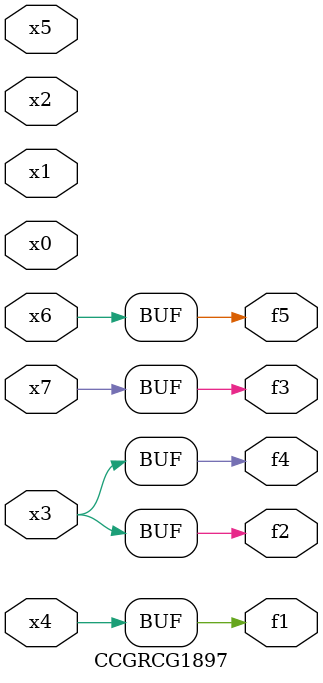
<source format=v>
module CCGRCG1897(
	input x0, x1, x2, x3, x4, x5, x6, x7,
	output f1, f2, f3, f4, f5
);
	assign f1 = x4;
	assign f2 = x3;
	assign f3 = x7;
	assign f4 = x3;
	assign f5 = x6;
endmodule

</source>
